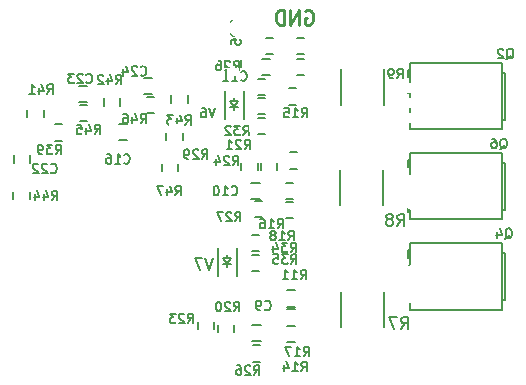
<source format=gbo>
%TF.GenerationSoftware,KiCad,Pcbnew,4.0.6-e0-6349~53~ubuntu16.04.1*%
%TF.CreationDate,2017-03-20T22:22:26+02:00*%
%TF.ProjectId,BLDC_controller,424C44435F636F6E74726F6C6C65722E,1.0*%
%TF.FileFunction,Legend,Bot*%
%FSLAX46Y46*%
G04 Gerber Fmt 4.6, Leading zero omitted, Abs format (unit mm)*
G04 Created by KiCad (PCBNEW 4.0.6-e0-6349~53~ubuntu16.04.1) date Mon Mar 20 22:22:26 2017*
%MOMM*%
%LPD*%
G01*
G04 APERTURE LIST*
%ADD10C,0.100000*%
%ADD11C,0.250000*%
%ADD12C,0.150000*%
%ADD13C,1.500000*%
%ADD14C,0.850000*%
%ADD15C,0.800000*%
%ADD16R,1.650000X1.650000*%
%ADD17C,1.650000*%
%ADD18C,1.450000*%
%ADD19R,0.800000X1.140000*%
%ADD20R,3.600000X1.650000*%
%ADD21R,0.750000X0.950000*%
%ADD22R,1.140000X0.800000*%
%ADD23R,1.050000X1.150000*%
%ADD24R,1.150000X1.050000*%
%ADD25C,2.850000*%
%ADD26R,1.300000X0.850000*%
%ADD27R,1.650000X4.850000*%
%ADD28R,3.750000X4.350000*%
%ADD29C,2.250000*%
%ADD30C,0.254000*%
G04 APERTURE END LIST*
D10*
D11*
X162214285Y-81650000D02*
X162328571Y-81592857D01*
X162500000Y-81592857D01*
X162671428Y-81650000D01*
X162785714Y-81764286D01*
X162842857Y-81878571D01*
X162900000Y-82107143D01*
X162900000Y-82278571D01*
X162842857Y-82507143D01*
X162785714Y-82621429D01*
X162671428Y-82735714D01*
X162500000Y-82792857D01*
X162385714Y-82792857D01*
X162214285Y-82735714D01*
X162157142Y-82678571D01*
X162157142Y-82278571D01*
X162385714Y-82278571D01*
X161642857Y-82792857D02*
X161642857Y-81592857D01*
X160957142Y-82792857D01*
X160957142Y-81592857D01*
X160385714Y-82792857D02*
X160385714Y-81592857D01*
X160099999Y-81592857D01*
X159928571Y-81650000D01*
X159814285Y-81764286D01*
X159757142Y-81878571D01*
X159699999Y-82107143D01*
X159699999Y-82278571D01*
X159757142Y-82507143D01*
X159814285Y-82621429D01*
X159928571Y-82735714D01*
X160099999Y-82792857D01*
X160385714Y-82792857D01*
D12*
X160700000Y-109700000D02*
X161300000Y-109700000D01*
X161300000Y-108300000D02*
X160700000Y-108300000D01*
X168875000Y-108400000D02*
X168875000Y-105400000D01*
X165225000Y-105400000D02*
X165225000Y-108400000D01*
X156200000Y-89250000D02*
X156200000Y-89000000D01*
X156200000Y-89750000D02*
X156200000Y-90000000D01*
X156200000Y-89750000D02*
X156550000Y-89250000D01*
X156550000Y-89250000D02*
X155850000Y-89250000D01*
X155850000Y-89250000D02*
X156200000Y-89750000D01*
X156550000Y-89750000D02*
X155850000Y-89750000D01*
X155400000Y-90800000D02*
X155400000Y-88400000D01*
X157000000Y-90800000D02*
X157000000Y-88400000D01*
X155600000Y-102550000D02*
X155600000Y-102300000D01*
X155600000Y-103050000D02*
X155600000Y-103300000D01*
X155600000Y-103050000D02*
X155950000Y-102550000D01*
X155950000Y-102550000D02*
X155250000Y-102550000D01*
X155250000Y-102550000D02*
X155600000Y-103050000D01*
X155950000Y-103050000D02*
X155250000Y-103050000D01*
X154800000Y-104100000D02*
X154800000Y-101700000D01*
X156400000Y-104100000D02*
X156400000Y-101700000D01*
X168825000Y-98105000D02*
X168825000Y-95105000D01*
X165175000Y-95105000D02*
X165175000Y-98105000D01*
X165225000Y-86600000D02*
X165225000Y-89600000D01*
X168875000Y-89600000D02*
X168875000Y-86600000D01*
X158200000Y-90400000D02*
X158800000Y-90400000D01*
X158800000Y-89000000D02*
X158200000Y-89000000D01*
X158175000Y-92075000D02*
X158775000Y-92075000D01*
X158775000Y-90675000D02*
X158175000Y-90675000D01*
X157700000Y-102000000D02*
X158300000Y-102000000D01*
X158300000Y-100600000D02*
X157700000Y-100600000D01*
X157710000Y-103700000D02*
X158310000Y-103700000D01*
X158310000Y-102300000D02*
X157710000Y-102300000D01*
X160800000Y-89600000D02*
X161400000Y-89600000D01*
X161400000Y-88200000D02*
X160800000Y-88200000D01*
X160550000Y-99200000D02*
X161150000Y-99200000D01*
X161150000Y-97800000D02*
X160550000Y-97800000D01*
X161300000Y-106905000D02*
X160700000Y-106905000D01*
X160700000Y-108305000D02*
X161300000Y-108305000D01*
X161150000Y-96205000D02*
X160550000Y-96205000D01*
X160550000Y-97605000D02*
X161150000Y-97605000D01*
X162100000Y-85700000D02*
X161500000Y-85700000D01*
X161500000Y-87100000D02*
X162100000Y-87100000D01*
X154800000Y-108200000D02*
X154800000Y-108800000D01*
X156200000Y-108800000D02*
X156200000Y-108200000D01*
X159850000Y-95100000D02*
X159850000Y-94500000D01*
X158450000Y-94500000D02*
X158450000Y-95100000D01*
X159490000Y-83900000D02*
X158890000Y-83900000D01*
X158890000Y-85300000D02*
X159490000Y-85300000D01*
X154500000Y-108600000D02*
X154500000Y-108000000D01*
X153100000Y-108000000D02*
X153100000Y-108600000D01*
X156800000Y-94500000D02*
X156800000Y-95100000D01*
X158200000Y-95100000D02*
X158200000Y-94500000D01*
X155400000Y-85800000D02*
X155400000Y-86400000D01*
X156800000Y-86400000D02*
X156800000Y-85800000D01*
X158400000Y-109950000D02*
X157800000Y-109950000D01*
X157800000Y-111350000D02*
X158400000Y-111350000D01*
X158540000Y-97700000D02*
X157940000Y-97700000D01*
X157940000Y-99100000D02*
X158540000Y-99100000D01*
X158800000Y-87400000D02*
X158200000Y-87400000D01*
X158200000Y-88800000D02*
X158800000Y-88800000D01*
X150450000Y-92000000D02*
X150450000Y-92600000D01*
X151850000Y-92600000D02*
X151850000Y-92000000D01*
X157720000Y-109630000D02*
X158420000Y-109630000D01*
X158420000Y-108270000D02*
X157720000Y-108270000D01*
X157650000Y-97530000D02*
X158350000Y-97530000D01*
X158350000Y-96170000D02*
X157650000Y-96170000D01*
X158550000Y-87080000D02*
X159250000Y-87080000D01*
X159250000Y-85720000D02*
X158550000Y-85720000D01*
X160700000Y-106700000D02*
X161300000Y-106700000D01*
X161300000Y-105300000D02*
X160700000Y-105300000D01*
X160950000Y-95000000D02*
X161550000Y-95000000D01*
X161550000Y-93600000D02*
X160950000Y-93600000D01*
X161500000Y-85300000D02*
X162100000Y-85300000D01*
X162100000Y-83900000D02*
X161500000Y-83900000D01*
X138880000Y-94500000D02*
X138880000Y-93800000D01*
X137520000Y-93800000D02*
X137520000Y-94500000D01*
X143750000Y-88020000D02*
X143050000Y-88020000D01*
X143050000Y-89380000D02*
X143750000Y-89380000D01*
X149250000Y-87320000D02*
X148550000Y-87320000D01*
X148550000Y-88680000D02*
X149250000Y-88680000D01*
X141650000Y-91250000D02*
X141050000Y-91250000D01*
X141050000Y-92650000D02*
X141650000Y-92650000D01*
X138650000Y-90000000D02*
X138650000Y-90600000D01*
X140050000Y-90600000D02*
X140050000Y-90000000D01*
X145150000Y-89050000D02*
X145150000Y-89650000D01*
X146550000Y-89650000D02*
X146550000Y-89050000D01*
X150850000Y-88800000D02*
X150850000Y-89400000D01*
X152250000Y-89400000D02*
X152250000Y-88800000D01*
X137500000Y-97000000D02*
X137500000Y-97600000D01*
X138900000Y-97600000D02*
X138900000Y-97000000D01*
X143700000Y-89600000D02*
X143100000Y-89600000D01*
X143100000Y-91000000D02*
X143700000Y-91000000D01*
X149400000Y-88900000D02*
X148800000Y-88900000D01*
X148800000Y-90300000D02*
X149400000Y-90300000D01*
X150050000Y-94600000D02*
X150050000Y-95200000D01*
X151450000Y-95200000D02*
X151450000Y-94600000D01*
X146450000Y-92580000D02*
X147150000Y-92580000D01*
X147150000Y-91220000D02*
X146450000Y-91220000D01*
X178900000Y-90875000D02*
X179100000Y-90875000D01*
X179100000Y-90875000D02*
X179100000Y-86875000D01*
X179100000Y-86875000D02*
X178900000Y-86875000D01*
X171100000Y-87275000D02*
X170900000Y-87275000D01*
X170900000Y-87275000D02*
X170900000Y-86675000D01*
X170900000Y-86675000D02*
X171100000Y-86675000D01*
X171100000Y-88575000D02*
X170900000Y-88575000D01*
X170900000Y-88575000D02*
X170900000Y-87975000D01*
X170900000Y-87975000D02*
X171100000Y-87975000D01*
X171100000Y-89775000D02*
X170900000Y-89775000D01*
X170900000Y-89775000D02*
X170900000Y-89175000D01*
X170900000Y-89175000D02*
X171100000Y-89175000D01*
X171100000Y-91075000D02*
X170900000Y-91075000D01*
X170900000Y-91075000D02*
X170900000Y-90475000D01*
X170900000Y-90475000D02*
X171100000Y-90475000D01*
X178900000Y-91675000D02*
X178900000Y-86075000D01*
X178900000Y-86075000D02*
X171100000Y-86075000D01*
X171100000Y-86075000D02*
X171100000Y-91675000D01*
X171100000Y-91675000D02*
X178900000Y-91675000D01*
X178900000Y-98495000D02*
X179100000Y-98495000D01*
X179100000Y-98495000D02*
X179100000Y-94495000D01*
X179100000Y-94495000D02*
X178900000Y-94495000D01*
X171100000Y-94895000D02*
X170900000Y-94895000D01*
X170900000Y-94895000D02*
X170900000Y-94295000D01*
X170900000Y-94295000D02*
X171100000Y-94295000D01*
X171100000Y-96195000D02*
X170900000Y-96195000D01*
X170900000Y-96195000D02*
X170900000Y-95595000D01*
X170900000Y-95595000D02*
X171100000Y-95595000D01*
X171100000Y-97395000D02*
X170900000Y-97395000D01*
X170900000Y-97395000D02*
X170900000Y-96795000D01*
X170900000Y-96795000D02*
X171100000Y-96795000D01*
X171100000Y-98695000D02*
X170900000Y-98695000D01*
X170900000Y-98695000D02*
X170900000Y-98095000D01*
X170900000Y-98095000D02*
X171100000Y-98095000D01*
X178900000Y-99295000D02*
X178900000Y-93695000D01*
X178900000Y-93695000D02*
X171100000Y-93695000D01*
X171100000Y-93695000D02*
X171100000Y-99295000D01*
X171100000Y-99295000D02*
X178900000Y-99295000D01*
X178900000Y-106125000D02*
X179100000Y-106125000D01*
X179100000Y-106125000D02*
X179100000Y-102125000D01*
X179100000Y-102125000D02*
X178900000Y-102125000D01*
X171100000Y-102525000D02*
X170900000Y-102525000D01*
X170900000Y-102525000D02*
X170900000Y-101925000D01*
X170900000Y-101925000D02*
X171100000Y-101925000D01*
X171100000Y-103825000D02*
X170900000Y-103825000D01*
X170900000Y-103825000D02*
X170900000Y-103225000D01*
X170900000Y-103225000D02*
X171100000Y-103225000D01*
X171100000Y-105025000D02*
X170900000Y-105025000D01*
X170900000Y-105025000D02*
X170900000Y-104425000D01*
X170900000Y-104425000D02*
X171100000Y-104425000D01*
X171100000Y-106325000D02*
X170900000Y-106325000D01*
X170900000Y-106325000D02*
X170900000Y-105725000D01*
X170900000Y-105725000D02*
X171100000Y-105725000D01*
X178900000Y-106925000D02*
X178900000Y-101325000D01*
X178900000Y-101325000D02*
X171100000Y-101325000D01*
X171100000Y-101325000D02*
X171100000Y-106925000D01*
X171100000Y-106925000D02*
X178900000Y-106925000D01*
X161864286Y-112161905D02*
X162130953Y-111780952D01*
X162321429Y-112161905D02*
X162321429Y-111361905D01*
X162016667Y-111361905D01*
X161940476Y-111400000D01*
X161902381Y-111438095D01*
X161864286Y-111514286D01*
X161864286Y-111628571D01*
X161902381Y-111704762D01*
X161940476Y-111742857D01*
X162016667Y-111780952D01*
X162321429Y-111780952D01*
X161102381Y-112161905D02*
X161559524Y-112161905D01*
X161330953Y-112161905D02*
X161330953Y-111361905D01*
X161407143Y-111476190D01*
X161483334Y-111552381D01*
X161559524Y-111590476D01*
X160416667Y-111628571D02*
X160416667Y-112161905D01*
X160607143Y-111323810D02*
X160797619Y-111895238D01*
X160302381Y-111895238D01*
X170316666Y-108552381D02*
X170650000Y-108076190D01*
X170888095Y-108552381D02*
X170888095Y-107552381D01*
X170507142Y-107552381D01*
X170411904Y-107600000D01*
X170364285Y-107647619D01*
X170316666Y-107742857D01*
X170316666Y-107885714D01*
X170364285Y-107980952D01*
X170411904Y-108028571D01*
X170507142Y-108076190D01*
X170888095Y-108076190D01*
X169983333Y-107552381D02*
X169316666Y-107552381D01*
X169745238Y-108552381D01*
X154597619Y-89861905D02*
X154330952Y-90661905D01*
X154064285Y-89861905D01*
X153454762Y-89861905D02*
X153607143Y-89861905D01*
X153683333Y-89900000D01*
X153721428Y-89938095D01*
X153797619Y-90052381D01*
X153835714Y-90204762D01*
X153835714Y-90509524D01*
X153797619Y-90585714D01*
X153759524Y-90623810D01*
X153683333Y-90661905D01*
X153530952Y-90661905D01*
X153454762Y-90623810D01*
X153416666Y-90585714D01*
X153378571Y-90509524D01*
X153378571Y-90319048D01*
X153416666Y-90242857D01*
X153454762Y-90204762D01*
X153530952Y-90166667D01*
X153683333Y-90166667D01*
X153759524Y-90204762D01*
X153797619Y-90242857D01*
X153835714Y-90319048D01*
X154409524Y-102602381D02*
X154076191Y-103602381D01*
X153742857Y-102602381D01*
X153504762Y-102602381D02*
X152838095Y-102602381D01*
X153266667Y-103602381D01*
X170016666Y-99852381D02*
X170350000Y-99376190D01*
X170588095Y-99852381D02*
X170588095Y-98852381D01*
X170207142Y-98852381D01*
X170111904Y-98900000D01*
X170064285Y-98947619D01*
X170016666Y-99042857D01*
X170016666Y-99185714D01*
X170064285Y-99280952D01*
X170111904Y-99328571D01*
X170207142Y-99376190D01*
X170588095Y-99376190D01*
X169445238Y-99280952D02*
X169540476Y-99233333D01*
X169588095Y-99185714D01*
X169635714Y-99090476D01*
X169635714Y-99042857D01*
X169588095Y-98947619D01*
X169540476Y-98900000D01*
X169445238Y-98852381D01*
X169254761Y-98852381D01*
X169159523Y-98900000D01*
X169111904Y-98947619D01*
X169064285Y-99042857D01*
X169064285Y-99090476D01*
X169111904Y-99185714D01*
X169159523Y-99233333D01*
X169254761Y-99280952D01*
X169445238Y-99280952D01*
X169540476Y-99328571D01*
X169588095Y-99376190D01*
X169635714Y-99471429D01*
X169635714Y-99661905D01*
X169588095Y-99757143D01*
X169540476Y-99804762D01*
X169445238Y-99852381D01*
X169254761Y-99852381D01*
X169159523Y-99804762D01*
X169111904Y-99757143D01*
X169064285Y-99661905D01*
X169064285Y-99471429D01*
X169111904Y-99376190D01*
X169159523Y-99328571D01*
X169254761Y-99280952D01*
X169993333Y-87361905D02*
X170260000Y-86980952D01*
X170450476Y-87361905D02*
X170450476Y-86561905D01*
X170145714Y-86561905D01*
X170069523Y-86600000D01*
X170031428Y-86638095D01*
X169993333Y-86714286D01*
X169993333Y-86828571D01*
X170031428Y-86904762D01*
X170069523Y-86942857D01*
X170145714Y-86980952D01*
X170450476Y-86980952D01*
X169612381Y-87361905D02*
X169460000Y-87361905D01*
X169383809Y-87323810D01*
X169345714Y-87285714D01*
X169269523Y-87171429D01*
X169231428Y-87019048D01*
X169231428Y-86714286D01*
X169269523Y-86638095D01*
X169307619Y-86600000D01*
X169383809Y-86561905D01*
X169536190Y-86561905D01*
X169612381Y-86600000D01*
X169650476Y-86638095D01*
X169688571Y-86714286D01*
X169688571Y-86904762D01*
X169650476Y-86980952D01*
X169612381Y-87019048D01*
X169536190Y-87057143D01*
X169383809Y-87057143D01*
X169307619Y-87019048D01*
X169269523Y-86980952D01*
X169231428Y-86904762D01*
X156974286Y-92161905D02*
X157240953Y-91780952D01*
X157431429Y-92161905D02*
X157431429Y-91361905D01*
X157126667Y-91361905D01*
X157050476Y-91400000D01*
X157012381Y-91438095D01*
X156974286Y-91514286D01*
X156974286Y-91628571D01*
X157012381Y-91704762D01*
X157050476Y-91742857D01*
X157126667Y-91780952D01*
X157431429Y-91780952D01*
X156707619Y-91361905D02*
X156212381Y-91361905D01*
X156479048Y-91666667D01*
X156364762Y-91666667D01*
X156288572Y-91704762D01*
X156250476Y-91742857D01*
X156212381Y-91819048D01*
X156212381Y-92009524D01*
X156250476Y-92085714D01*
X156288572Y-92123810D01*
X156364762Y-92161905D01*
X156593334Y-92161905D01*
X156669524Y-92123810D01*
X156707619Y-92085714D01*
X155907619Y-91438095D02*
X155869524Y-91400000D01*
X155793333Y-91361905D01*
X155602857Y-91361905D01*
X155526667Y-91400000D01*
X155488571Y-91438095D01*
X155450476Y-91514286D01*
X155450476Y-91590476D01*
X155488571Y-91704762D01*
X155945714Y-92161905D01*
X155450476Y-92161905D01*
X160964286Y-102061905D02*
X161230953Y-101680952D01*
X161421429Y-102061905D02*
X161421429Y-101261905D01*
X161116667Y-101261905D01*
X161040476Y-101300000D01*
X161002381Y-101338095D01*
X160964286Y-101414286D01*
X160964286Y-101528571D01*
X161002381Y-101604762D01*
X161040476Y-101642857D01*
X161116667Y-101680952D01*
X161421429Y-101680952D01*
X160697619Y-101261905D02*
X160202381Y-101261905D01*
X160469048Y-101566667D01*
X160354762Y-101566667D01*
X160278572Y-101604762D01*
X160240476Y-101642857D01*
X160202381Y-101719048D01*
X160202381Y-101909524D01*
X160240476Y-101985714D01*
X160278572Y-102023810D01*
X160354762Y-102061905D01*
X160583334Y-102061905D01*
X160659524Y-102023810D01*
X160697619Y-101985714D01*
X159516667Y-101528571D02*
X159516667Y-102061905D01*
X159707143Y-101223810D02*
X159897619Y-101795238D01*
X159402381Y-101795238D01*
X161004286Y-103061905D02*
X161270953Y-102680952D01*
X161461429Y-103061905D02*
X161461429Y-102261905D01*
X161156667Y-102261905D01*
X161080476Y-102300000D01*
X161042381Y-102338095D01*
X161004286Y-102414286D01*
X161004286Y-102528571D01*
X161042381Y-102604762D01*
X161080476Y-102642857D01*
X161156667Y-102680952D01*
X161461429Y-102680952D01*
X160737619Y-102261905D02*
X160242381Y-102261905D01*
X160509048Y-102566667D01*
X160394762Y-102566667D01*
X160318572Y-102604762D01*
X160280476Y-102642857D01*
X160242381Y-102719048D01*
X160242381Y-102909524D01*
X160280476Y-102985714D01*
X160318572Y-103023810D01*
X160394762Y-103061905D01*
X160623334Y-103061905D01*
X160699524Y-103023810D01*
X160737619Y-102985714D01*
X159518571Y-102261905D02*
X159899524Y-102261905D01*
X159937619Y-102642857D01*
X159899524Y-102604762D01*
X159823333Y-102566667D01*
X159632857Y-102566667D01*
X159556667Y-102604762D01*
X159518571Y-102642857D01*
X159480476Y-102719048D01*
X159480476Y-102909524D01*
X159518571Y-102985714D01*
X159556667Y-103023810D01*
X159632857Y-103061905D01*
X159823333Y-103061905D01*
X159899524Y-103023810D01*
X159937619Y-102985714D01*
X161914286Y-90661905D02*
X162180953Y-90280952D01*
X162371429Y-90661905D02*
X162371429Y-89861905D01*
X162066667Y-89861905D01*
X161990476Y-89900000D01*
X161952381Y-89938095D01*
X161914286Y-90014286D01*
X161914286Y-90128571D01*
X161952381Y-90204762D01*
X161990476Y-90242857D01*
X162066667Y-90280952D01*
X162371429Y-90280952D01*
X161152381Y-90661905D02*
X161609524Y-90661905D01*
X161380953Y-90661905D02*
X161380953Y-89861905D01*
X161457143Y-89976190D01*
X161533334Y-90052381D01*
X161609524Y-90090476D01*
X160428571Y-89861905D02*
X160809524Y-89861905D01*
X160847619Y-90242857D01*
X160809524Y-90204762D01*
X160733333Y-90166667D01*
X160542857Y-90166667D01*
X160466667Y-90204762D01*
X160428571Y-90242857D01*
X160390476Y-90319048D01*
X160390476Y-90509524D01*
X160428571Y-90585714D01*
X160466667Y-90623810D01*
X160542857Y-90661905D01*
X160733333Y-90661905D01*
X160809524Y-90623810D01*
X160847619Y-90585714D01*
X159864286Y-100061905D02*
X160130953Y-99680952D01*
X160321429Y-100061905D02*
X160321429Y-99261905D01*
X160016667Y-99261905D01*
X159940476Y-99300000D01*
X159902381Y-99338095D01*
X159864286Y-99414286D01*
X159864286Y-99528571D01*
X159902381Y-99604762D01*
X159940476Y-99642857D01*
X160016667Y-99680952D01*
X160321429Y-99680952D01*
X159102381Y-100061905D02*
X159559524Y-100061905D01*
X159330953Y-100061905D02*
X159330953Y-99261905D01*
X159407143Y-99376190D01*
X159483334Y-99452381D01*
X159559524Y-99490476D01*
X158416667Y-99261905D02*
X158569048Y-99261905D01*
X158645238Y-99300000D01*
X158683333Y-99338095D01*
X158759524Y-99452381D01*
X158797619Y-99604762D01*
X158797619Y-99909524D01*
X158759524Y-99985714D01*
X158721429Y-100023810D01*
X158645238Y-100061905D01*
X158492857Y-100061905D01*
X158416667Y-100023810D01*
X158378571Y-99985714D01*
X158340476Y-99909524D01*
X158340476Y-99719048D01*
X158378571Y-99642857D01*
X158416667Y-99604762D01*
X158492857Y-99566667D01*
X158645238Y-99566667D01*
X158721429Y-99604762D01*
X158759524Y-99642857D01*
X158797619Y-99719048D01*
X162064286Y-110861905D02*
X162330953Y-110480952D01*
X162521429Y-110861905D02*
X162521429Y-110061905D01*
X162216667Y-110061905D01*
X162140476Y-110100000D01*
X162102381Y-110138095D01*
X162064286Y-110214286D01*
X162064286Y-110328571D01*
X162102381Y-110404762D01*
X162140476Y-110442857D01*
X162216667Y-110480952D01*
X162521429Y-110480952D01*
X161302381Y-110861905D02*
X161759524Y-110861905D01*
X161530953Y-110861905D02*
X161530953Y-110061905D01*
X161607143Y-110176190D01*
X161683334Y-110252381D01*
X161759524Y-110290476D01*
X161035714Y-110061905D02*
X160502381Y-110061905D01*
X160845238Y-110861905D01*
X160764286Y-101061905D02*
X161030953Y-100680952D01*
X161221429Y-101061905D02*
X161221429Y-100261905D01*
X160916667Y-100261905D01*
X160840476Y-100300000D01*
X160802381Y-100338095D01*
X160764286Y-100414286D01*
X160764286Y-100528571D01*
X160802381Y-100604762D01*
X160840476Y-100642857D01*
X160916667Y-100680952D01*
X161221429Y-100680952D01*
X160002381Y-101061905D02*
X160459524Y-101061905D01*
X160230953Y-101061905D02*
X160230953Y-100261905D01*
X160307143Y-100376190D01*
X160383334Y-100452381D01*
X160459524Y-100490476D01*
X159545238Y-100604762D02*
X159621429Y-100566667D01*
X159659524Y-100528571D01*
X159697619Y-100452381D01*
X159697619Y-100414286D01*
X159659524Y-100338095D01*
X159621429Y-100300000D01*
X159545238Y-100261905D01*
X159392857Y-100261905D01*
X159316667Y-100300000D01*
X159278571Y-100338095D01*
X159240476Y-100414286D01*
X159240476Y-100452381D01*
X159278571Y-100528571D01*
X159316667Y-100566667D01*
X159392857Y-100604762D01*
X159545238Y-100604762D01*
X159621429Y-100642857D01*
X159659524Y-100680952D01*
X159697619Y-100757143D01*
X159697619Y-100909524D01*
X159659524Y-100985714D01*
X159621429Y-101023810D01*
X159545238Y-101061905D01*
X159392857Y-101061905D01*
X159316667Y-101023810D01*
X159278571Y-100985714D01*
X159240476Y-100909524D01*
X159240476Y-100757143D01*
X159278571Y-100680952D01*
X159316667Y-100642857D01*
X159392857Y-100604762D01*
X156164286Y-107066905D02*
X156430953Y-106685952D01*
X156621429Y-107066905D02*
X156621429Y-106266905D01*
X156316667Y-106266905D01*
X156240476Y-106305000D01*
X156202381Y-106343095D01*
X156164286Y-106419286D01*
X156164286Y-106533571D01*
X156202381Y-106609762D01*
X156240476Y-106647857D01*
X156316667Y-106685952D01*
X156621429Y-106685952D01*
X155859524Y-106343095D02*
X155821429Y-106305000D01*
X155745238Y-106266905D01*
X155554762Y-106266905D01*
X155478572Y-106305000D01*
X155440476Y-106343095D01*
X155402381Y-106419286D01*
X155402381Y-106495476D01*
X155440476Y-106609762D01*
X155897619Y-107066905D01*
X155402381Y-107066905D01*
X154907143Y-106266905D02*
X154830952Y-106266905D01*
X154754762Y-106305000D01*
X154716667Y-106343095D01*
X154678571Y-106419286D01*
X154640476Y-106571667D01*
X154640476Y-106762143D01*
X154678571Y-106914524D01*
X154716667Y-106990714D01*
X154754762Y-107028810D01*
X154830952Y-107066905D01*
X154907143Y-107066905D01*
X154983333Y-107028810D01*
X155021429Y-106990714D01*
X155059524Y-106914524D01*
X155097619Y-106762143D01*
X155097619Y-106571667D01*
X155059524Y-106419286D01*
X155021429Y-106343095D01*
X154983333Y-106305000D01*
X154907143Y-106266905D01*
X157064286Y-93361905D02*
X157330953Y-92980952D01*
X157521429Y-93361905D02*
X157521429Y-92561905D01*
X157216667Y-92561905D01*
X157140476Y-92600000D01*
X157102381Y-92638095D01*
X157064286Y-92714286D01*
X157064286Y-92828571D01*
X157102381Y-92904762D01*
X157140476Y-92942857D01*
X157216667Y-92980952D01*
X157521429Y-92980952D01*
X156759524Y-92638095D02*
X156721429Y-92600000D01*
X156645238Y-92561905D01*
X156454762Y-92561905D01*
X156378572Y-92600000D01*
X156340476Y-92638095D01*
X156302381Y-92714286D01*
X156302381Y-92790476D01*
X156340476Y-92904762D01*
X156797619Y-93361905D01*
X156302381Y-93361905D01*
X155540476Y-93361905D02*
X155997619Y-93361905D01*
X155769048Y-93361905D02*
X155769048Y-92561905D01*
X155845238Y-92676190D01*
X155921429Y-92752381D01*
X155997619Y-92790476D01*
X152264286Y-108061905D02*
X152530953Y-107680952D01*
X152721429Y-108061905D02*
X152721429Y-107261905D01*
X152416667Y-107261905D01*
X152340476Y-107300000D01*
X152302381Y-107338095D01*
X152264286Y-107414286D01*
X152264286Y-107528571D01*
X152302381Y-107604762D01*
X152340476Y-107642857D01*
X152416667Y-107680952D01*
X152721429Y-107680952D01*
X151959524Y-107338095D02*
X151921429Y-107300000D01*
X151845238Y-107261905D01*
X151654762Y-107261905D01*
X151578572Y-107300000D01*
X151540476Y-107338095D01*
X151502381Y-107414286D01*
X151502381Y-107490476D01*
X151540476Y-107604762D01*
X151997619Y-108061905D01*
X151502381Y-108061905D01*
X151235714Y-107261905D02*
X150740476Y-107261905D01*
X151007143Y-107566667D01*
X150892857Y-107566667D01*
X150816667Y-107604762D01*
X150778571Y-107642857D01*
X150740476Y-107719048D01*
X150740476Y-107909524D01*
X150778571Y-107985714D01*
X150816667Y-108023810D01*
X150892857Y-108061905D01*
X151121429Y-108061905D01*
X151197619Y-108023810D01*
X151235714Y-107985714D01*
X156064286Y-94701905D02*
X156330953Y-94320952D01*
X156521429Y-94701905D02*
X156521429Y-93901905D01*
X156216667Y-93901905D01*
X156140476Y-93940000D01*
X156102381Y-93978095D01*
X156064286Y-94054286D01*
X156064286Y-94168571D01*
X156102381Y-94244762D01*
X156140476Y-94282857D01*
X156216667Y-94320952D01*
X156521429Y-94320952D01*
X155759524Y-93978095D02*
X155721429Y-93940000D01*
X155645238Y-93901905D01*
X155454762Y-93901905D01*
X155378572Y-93940000D01*
X155340476Y-93978095D01*
X155302381Y-94054286D01*
X155302381Y-94130476D01*
X155340476Y-94244762D01*
X155797619Y-94701905D01*
X155302381Y-94701905D01*
X154616667Y-94168571D02*
X154616667Y-94701905D01*
X154807143Y-93863810D02*
X154997619Y-94435238D01*
X154502381Y-94435238D01*
X156761905Y-82985714D02*
X156380952Y-82719047D01*
X156761905Y-82528571D02*
X155961905Y-82528571D01*
X155961905Y-82833333D01*
X156000000Y-82909524D01*
X156038095Y-82947619D01*
X156114286Y-82985714D01*
X156228571Y-82985714D01*
X156304762Y-82947619D01*
X156342857Y-82909524D01*
X156380952Y-82833333D01*
X156380952Y-82528571D01*
X156038095Y-83290476D02*
X156000000Y-83328571D01*
X155961905Y-83404762D01*
X155961905Y-83595238D01*
X156000000Y-83671428D01*
X156038095Y-83709524D01*
X156114286Y-83747619D01*
X156190476Y-83747619D01*
X156304762Y-83709524D01*
X156761905Y-83252381D01*
X156761905Y-83747619D01*
X155961905Y-84471429D02*
X155961905Y-84090476D01*
X156342857Y-84052381D01*
X156304762Y-84090476D01*
X156266667Y-84166667D01*
X156266667Y-84357143D01*
X156304762Y-84433333D01*
X156342857Y-84471429D01*
X156419048Y-84509524D01*
X156609524Y-84509524D01*
X156685714Y-84471429D01*
X156723810Y-84433333D01*
X156761905Y-84357143D01*
X156761905Y-84166667D01*
X156723810Y-84090476D01*
X156685714Y-84052381D01*
X157864286Y-112461905D02*
X158130953Y-112080952D01*
X158321429Y-112461905D02*
X158321429Y-111661905D01*
X158016667Y-111661905D01*
X157940476Y-111700000D01*
X157902381Y-111738095D01*
X157864286Y-111814286D01*
X157864286Y-111928571D01*
X157902381Y-112004762D01*
X157940476Y-112042857D01*
X158016667Y-112080952D01*
X158321429Y-112080952D01*
X157559524Y-111738095D02*
X157521429Y-111700000D01*
X157445238Y-111661905D01*
X157254762Y-111661905D01*
X157178572Y-111700000D01*
X157140476Y-111738095D01*
X157102381Y-111814286D01*
X157102381Y-111890476D01*
X157140476Y-112004762D01*
X157597619Y-112461905D01*
X157102381Y-112461905D01*
X156416667Y-111661905D02*
X156569048Y-111661905D01*
X156645238Y-111700000D01*
X156683333Y-111738095D01*
X156759524Y-111852381D01*
X156797619Y-112004762D01*
X156797619Y-112309524D01*
X156759524Y-112385714D01*
X156721429Y-112423810D01*
X156645238Y-112461905D01*
X156492857Y-112461905D01*
X156416667Y-112423810D01*
X156378571Y-112385714D01*
X156340476Y-112309524D01*
X156340476Y-112119048D01*
X156378571Y-112042857D01*
X156416667Y-112004762D01*
X156492857Y-111966667D01*
X156645238Y-111966667D01*
X156721429Y-112004762D01*
X156759524Y-112042857D01*
X156797619Y-112119048D01*
X156264286Y-99461905D02*
X156530953Y-99080952D01*
X156721429Y-99461905D02*
X156721429Y-98661905D01*
X156416667Y-98661905D01*
X156340476Y-98700000D01*
X156302381Y-98738095D01*
X156264286Y-98814286D01*
X156264286Y-98928571D01*
X156302381Y-99004762D01*
X156340476Y-99042857D01*
X156416667Y-99080952D01*
X156721429Y-99080952D01*
X155959524Y-98738095D02*
X155921429Y-98700000D01*
X155845238Y-98661905D01*
X155654762Y-98661905D01*
X155578572Y-98700000D01*
X155540476Y-98738095D01*
X155502381Y-98814286D01*
X155502381Y-98890476D01*
X155540476Y-99004762D01*
X155997619Y-99461905D01*
X155502381Y-99461905D01*
X155235714Y-98661905D02*
X154702381Y-98661905D01*
X155045238Y-99461905D01*
X156164286Y-86661905D02*
X156430953Y-86280952D01*
X156621429Y-86661905D02*
X156621429Y-85861905D01*
X156316667Y-85861905D01*
X156240476Y-85900000D01*
X156202381Y-85938095D01*
X156164286Y-86014286D01*
X156164286Y-86128571D01*
X156202381Y-86204762D01*
X156240476Y-86242857D01*
X156316667Y-86280952D01*
X156621429Y-86280952D01*
X155859524Y-85938095D02*
X155821429Y-85900000D01*
X155745238Y-85861905D01*
X155554762Y-85861905D01*
X155478572Y-85900000D01*
X155440476Y-85938095D01*
X155402381Y-86014286D01*
X155402381Y-86090476D01*
X155440476Y-86204762D01*
X155897619Y-86661905D01*
X155402381Y-86661905D01*
X154945238Y-86204762D02*
X155021429Y-86166667D01*
X155059524Y-86128571D01*
X155097619Y-86052381D01*
X155097619Y-86014286D01*
X155059524Y-85938095D01*
X155021429Y-85900000D01*
X154945238Y-85861905D01*
X154792857Y-85861905D01*
X154716667Y-85900000D01*
X154678571Y-85938095D01*
X154640476Y-86014286D01*
X154640476Y-86052381D01*
X154678571Y-86128571D01*
X154716667Y-86166667D01*
X154792857Y-86204762D01*
X154945238Y-86204762D01*
X155021429Y-86242857D01*
X155059524Y-86280952D01*
X155097619Y-86357143D01*
X155097619Y-86509524D01*
X155059524Y-86585714D01*
X155021429Y-86623810D01*
X154945238Y-86661905D01*
X154792857Y-86661905D01*
X154716667Y-86623810D01*
X154678571Y-86585714D01*
X154640476Y-86509524D01*
X154640476Y-86357143D01*
X154678571Y-86280952D01*
X154716667Y-86242857D01*
X154792857Y-86204762D01*
X153464286Y-94161905D02*
X153730953Y-93780952D01*
X153921429Y-94161905D02*
X153921429Y-93361905D01*
X153616667Y-93361905D01*
X153540476Y-93400000D01*
X153502381Y-93438095D01*
X153464286Y-93514286D01*
X153464286Y-93628571D01*
X153502381Y-93704762D01*
X153540476Y-93742857D01*
X153616667Y-93780952D01*
X153921429Y-93780952D01*
X153159524Y-93438095D02*
X153121429Y-93400000D01*
X153045238Y-93361905D01*
X152854762Y-93361905D01*
X152778572Y-93400000D01*
X152740476Y-93438095D01*
X152702381Y-93514286D01*
X152702381Y-93590476D01*
X152740476Y-93704762D01*
X153197619Y-94161905D01*
X152702381Y-94161905D01*
X152321429Y-94161905D02*
X152169048Y-94161905D01*
X152092857Y-94123810D01*
X152054762Y-94085714D01*
X151978571Y-93971429D01*
X151940476Y-93819048D01*
X151940476Y-93514286D01*
X151978571Y-93438095D01*
X152016667Y-93400000D01*
X152092857Y-93361905D01*
X152245238Y-93361905D01*
X152321429Y-93400000D01*
X152359524Y-93438095D01*
X152397619Y-93514286D01*
X152397619Y-93704762D01*
X152359524Y-93780952D01*
X152321429Y-93819048D01*
X152245238Y-93857143D01*
X152092857Y-93857143D01*
X152016667Y-93819048D01*
X151978571Y-93780952D01*
X151940476Y-93704762D01*
X158783333Y-106885714D02*
X158821428Y-106923810D01*
X158935714Y-106961905D01*
X159011904Y-106961905D01*
X159126190Y-106923810D01*
X159202381Y-106847619D01*
X159240476Y-106771429D01*
X159278571Y-106619048D01*
X159278571Y-106504762D01*
X159240476Y-106352381D01*
X159202381Y-106276190D01*
X159126190Y-106200000D01*
X159011904Y-106161905D01*
X158935714Y-106161905D01*
X158821428Y-106200000D01*
X158783333Y-106238095D01*
X158402381Y-106961905D02*
X158250000Y-106961905D01*
X158173809Y-106923810D01*
X158135714Y-106885714D01*
X158059523Y-106771429D01*
X158021428Y-106619048D01*
X158021428Y-106314286D01*
X158059523Y-106238095D01*
X158097619Y-106200000D01*
X158173809Y-106161905D01*
X158326190Y-106161905D01*
X158402381Y-106200000D01*
X158440476Y-106238095D01*
X158478571Y-106314286D01*
X158478571Y-106504762D01*
X158440476Y-106580952D01*
X158402381Y-106619048D01*
X158326190Y-106657143D01*
X158173809Y-106657143D01*
X158097619Y-106619048D01*
X158059523Y-106580952D01*
X158021428Y-106504762D01*
X155964286Y-97185714D02*
X156002381Y-97223810D01*
X156116667Y-97261905D01*
X156192857Y-97261905D01*
X156307143Y-97223810D01*
X156383334Y-97147619D01*
X156421429Y-97071429D01*
X156459524Y-96919048D01*
X156459524Y-96804762D01*
X156421429Y-96652381D01*
X156383334Y-96576190D01*
X156307143Y-96500000D01*
X156192857Y-96461905D01*
X156116667Y-96461905D01*
X156002381Y-96500000D01*
X155964286Y-96538095D01*
X155202381Y-97261905D02*
X155659524Y-97261905D01*
X155430953Y-97261905D02*
X155430953Y-96461905D01*
X155507143Y-96576190D01*
X155583334Y-96652381D01*
X155659524Y-96690476D01*
X154707143Y-96461905D02*
X154630952Y-96461905D01*
X154554762Y-96500000D01*
X154516667Y-96538095D01*
X154478571Y-96614286D01*
X154440476Y-96766667D01*
X154440476Y-96957143D01*
X154478571Y-97109524D01*
X154516667Y-97185714D01*
X154554762Y-97223810D01*
X154630952Y-97261905D01*
X154707143Y-97261905D01*
X154783333Y-97223810D01*
X154821429Y-97185714D01*
X154859524Y-97109524D01*
X154897619Y-96957143D01*
X154897619Y-96766667D01*
X154859524Y-96614286D01*
X154821429Y-96538095D01*
X154783333Y-96500000D01*
X154707143Y-96461905D01*
X156764286Y-87485714D02*
X156802381Y-87523810D01*
X156916667Y-87561905D01*
X156992857Y-87561905D01*
X157107143Y-87523810D01*
X157183334Y-87447619D01*
X157221429Y-87371429D01*
X157259524Y-87219048D01*
X157259524Y-87104762D01*
X157221429Y-86952381D01*
X157183334Y-86876190D01*
X157107143Y-86800000D01*
X156992857Y-86761905D01*
X156916667Y-86761905D01*
X156802381Y-86800000D01*
X156764286Y-86838095D01*
X156002381Y-87561905D02*
X156459524Y-87561905D01*
X156230953Y-87561905D02*
X156230953Y-86761905D01*
X156307143Y-86876190D01*
X156383334Y-86952381D01*
X156459524Y-86990476D01*
X155240476Y-87561905D02*
X155697619Y-87561905D01*
X155469048Y-87561905D02*
X155469048Y-86761905D01*
X155545238Y-86876190D01*
X155621429Y-86952381D01*
X155697619Y-86990476D01*
X161814286Y-104356905D02*
X162080953Y-103975952D01*
X162271429Y-104356905D02*
X162271429Y-103556905D01*
X161966667Y-103556905D01*
X161890476Y-103595000D01*
X161852381Y-103633095D01*
X161814286Y-103709286D01*
X161814286Y-103823571D01*
X161852381Y-103899762D01*
X161890476Y-103937857D01*
X161966667Y-103975952D01*
X162271429Y-103975952D01*
X161052381Y-104356905D02*
X161509524Y-104356905D01*
X161280953Y-104356905D02*
X161280953Y-103556905D01*
X161357143Y-103671190D01*
X161433334Y-103747381D01*
X161509524Y-103785476D01*
X160290476Y-104356905D02*
X160747619Y-104356905D01*
X160519048Y-104356905D02*
X160519048Y-103556905D01*
X160595238Y-103671190D01*
X160671429Y-103747381D01*
X160747619Y-103785476D01*
X140664286Y-95285714D02*
X140702381Y-95323810D01*
X140816667Y-95361905D01*
X140892857Y-95361905D01*
X141007143Y-95323810D01*
X141083334Y-95247619D01*
X141121429Y-95171429D01*
X141159524Y-95019048D01*
X141159524Y-94904762D01*
X141121429Y-94752381D01*
X141083334Y-94676190D01*
X141007143Y-94600000D01*
X140892857Y-94561905D01*
X140816667Y-94561905D01*
X140702381Y-94600000D01*
X140664286Y-94638095D01*
X140359524Y-94638095D02*
X140321429Y-94600000D01*
X140245238Y-94561905D01*
X140054762Y-94561905D01*
X139978572Y-94600000D01*
X139940476Y-94638095D01*
X139902381Y-94714286D01*
X139902381Y-94790476D01*
X139940476Y-94904762D01*
X140397619Y-95361905D01*
X139902381Y-95361905D01*
X139597619Y-94638095D02*
X139559524Y-94600000D01*
X139483333Y-94561905D01*
X139292857Y-94561905D01*
X139216667Y-94600000D01*
X139178571Y-94638095D01*
X139140476Y-94714286D01*
X139140476Y-94790476D01*
X139178571Y-94904762D01*
X139635714Y-95361905D01*
X139140476Y-95361905D01*
X143664286Y-87685714D02*
X143702381Y-87723810D01*
X143816667Y-87761905D01*
X143892857Y-87761905D01*
X144007143Y-87723810D01*
X144083334Y-87647619D01*
X144121429Y-87571429D01*
X144159524Y-87419048D01*
X144159524Y-87304762D01*
X144121429Y-87152381D01*
X144083334Y-87076190D01*
X144007143Y-87000000D01*
X143892857Y-86961905D01*
X143816667Y-86961905D01*
X143702381Y-87000000D01*
X143664286Y-87038095D01*
X143359524Y-87038095D02*
X143321429Y-87000000D01*
X143245238Y-86961905D01*
X143054762Y-86961905D01*
X142978572Y-87000000D01*
X142940476Y-87038095D01*
X142902381Y-87114286D01*
X142902381Y-87190476D01*
X142940476Y-87304762D01*
X143397619Y-87761905D01*
X142902381Y-87761905D01*
X142635714Y-86961905D02*
X142140476Y-86961905D01*
X142407143Y-87266667D01*
X142292857Y-87266667D01*
X142216667Y-87304762D01*
X142178571Y-87342857D01*
X142140476Y-87419048D01*
X142140476Y-87609524D01*
X142178571Y-87685714D01*
X142216667Y-87723810D01*
X142292857Y-87761905D01*
X142521429Y-87761905D01*
X142597619Y-87723810D01*
X142635714Y-87685714D01*
X148264286Y-87035714D02*
X148302381Y-87073810D01*
X148416667Y-87111905D01*
X148492857Y-87111905D01*
X148607143Y-87073810D01*
X148683334Y-86997619D01*
X148721429Y-86921429D01*
X148759524Y-86769048D01*
X148759524Y-86654762D01*
X148721429Y-86502381D01*
X148683334Y-86426190D01*
X148607143Y-86350000D01*
X148492857Y-86311905D01*
X148416667Y-86311905D01*
X148302381Y-86350000D01*
X148264286Y-86388095D01*
X147959524Y-86388095D02*
X147921429Y-86350000D01*
X147845238Y-86311905D01*
X147654762Y-86311905D01*
X147578572Y-86350000D01*
X147540476Y-86388095D01*
X147502381Y-86464286D01*
X147502381Y-86540476D01*
X147540476Y-86654762D01*
X147997619Y-87111905D01*
X147502381Y-87111905D01*
X146816667Y-86578571D02*
X146816667Y-87111905D01*
X147007143Y-86273810D02*
X147197619Y-86845238D01*
X146702381Y-86845238D01*
X141064286Y-93761905D02*
X141330953Y-93380952D01*
X141521429Y-93761905D02*
X141521429Y-92961905D01*
X141216667Y-92961905D01*
X141140476Y-93000000D01*
X141102381Y-93038095D01*
X141064286Y-93114286D01*
X141064286Y-93228571D01*
X141102381Y-93304762D01*
X141140476Y-93342857D01*
X141216667Y-93380952D01*
X141521429Y-93380952D01*
X140797619Y-92961905D02*
X140302381Y-92961905D01*
X140569048Y-93266667D01*
X140454762Y-93266667D01*
X140378572Y-93304762D01*
X140340476Y-93342857D01*
X140302381Y-93419048D01*
X140302381Y-93609524D01*
X140340476Y-93685714D01*
X140378572Y-93723810D01*
X140454762Y-93761905D01*
X140683334Y-93761905D01*
X140759524Y-93723810D01*
X140797619Y-93685714D01*
X139921429Y-93761905D02*
X139769048Y-93761905D01*
X139692857Y-93723810D01*
X139654762Y-93685714D01*
X139578571Y-93571429D01*
X139540476Y-93419048D01*
X139540476Y-93114286D01*
X139578571Y-93038095D01*
X139616667Y-93000000D01*
X139692857Y-92961905D01*
X139845238Y-92961905D01*
X139921429Y-93000000D01*
X139959524Y-93038095D01*
X139997619Y-93114286D01*
X139997619Y-93304762D01*
X139959524Y-93380952D01*
X139921429Y-93419048D01*
X139845238Y-93457143D01*
X139692857Y-93457143D01*
X139616667Y-93419048D01*
X139578571Y-93380952D01*
X139540476Y-93304762D01*
X140364286Y-88661905D02*
X140630953Y-88280952D01*
X140821429Y-88661905D02*
X140821429Y-87861905D01*
X140516667Y-87861905D01*
X140440476Y-87900000D01*
X140402381Y-87938095D01*
X140364286Y-88014286D01*
X140364286Y-88128571D01*
X140402381Y-88204762D01*
X140440476Y-88242857D01*
X140516667Y-88280952D01*
X140821429Y-88280952D01*
X139678572Y-88128571D02*
X139678572Y-88661905D01*
X139869048Y-87823810D02*
X140059524Y-88395238D01*
X139564286Y-88395238D01*
X138840476Y-88661905D02*
X139297619Y-88661905D01*
X139069048Y-88661905D02*
X139069048Y-87861905D01*
X139145238Y-87976190D01*
X139221429Y-88052381D01*
X139297619Y-88090476D01*
X146164286Y-87861905D02*
X146430953Y-87480952D01*
X146621429Y-87861905D02*
X146621429Y-87061905D01*
X146316667Y-87061905D01*
X146240476Y-87100000D01*
X146202381Y-87138095D01*
X146164286Y-87214286D01*
X146164286Y-87328571D01*
X146202381Y-87404762D01*
X146240476Y-87442857D01*
X146316667Y-87480952D01*
X146621429Y-87480952D01*
X145478572Y-87328571D02*
X145478572Y-87861905D01*
X145669048Y-87023810D02*
X145859524Y-87595238D01*
X145364286Y-87595238D01*
X145097619Y-87138095D02*
X145059524Y-87100000D01*
X144983333Y-87061905D01*
X144792857Y-87061905D01*
X144716667Y-87100000D01*
X144678571Y-87138095D01*
X144640476Y-87214286D01*
X144640476Y-87290476D01*
X144678571Y-87404762D01*
X145135714Y-87861905D01*
X144640476Y-87861905D01*
X152064286Y-91261905D02*
X152330953Y-90880952D01*
X152521429Y-91261905D02*
X152521429Y-90461905D01*
X152216667Y-90461905D01*
X152140476Y-90500000D01*
X152102381Y-90538095D01*
X152064286Y-90614286D01*
X152064286Y-90728571D01*
X152102381Y-90804762D01*
X152140476Y-90842857D01*
X152216667Y-90880952D01*
X152521429Y-90880952D01*
X151378572Y-90728571D02*
X151378572Y-91261905D01*
X151569048Y-90423810D02*
X151759524Y-90995238D01*
X151264286Y-90995238D01*
X151035714Y-90461905D02*
X150540476Y-90461905D01*
X150807143Y-90766667D01*
X150692857Y-90766667D01*
X150616667Y-90804762D01*
X150578571Y-90842857D01*
X150540476Y-90919048D01*
X150540476Y-91109524D01*
X150578571Y-91185714D01*
X150616667Y-91223810D01*
X150692857Y-91261905D01*
X150921429Y-91261905D01*
X150997619Y-91223810D01*
X151035714Y-91185714D01*
X140764286Y-97661905D02*
X141030953Y-97280952D01*
X141221429Y-97661905D02*
X141221429Y-96861905D01*
X140916667Y-96861905D01*
X140840476Y-96900000D01*
X140802381Y-96938095D01*
X140764286Y-97014286D01*
X140764286Y-97128571D01*
X140802381Y-97204762D01*
X140840476Y-97242857D01*
X140916667Y-97280952D01*
X141221429Y-97280952D01*
X140078572Y-97128571D02*
X140078572Y-97661905D01*
X140269048Y-96823810D02*
X140459524Y-97395238D01*
X139964286Y-97395238D01*
X139316667Y-97128571D02*
X139316667Y-97661905D01*
X139507143Y-96823810D02*
X139697619Y-97395238D01*
X139202381Y-97395238D01*
X144364286Y-92061905D02*
X144630953Y-91680952D01*
X144821429Y-92061905D02*
X144821429Y-91261905D01*
X144516667Y-91261905D01*
X144440476Y-91300000D01*
X144402381Y-91338095D01*
X144364286Y-91414286D01*
X144364286Y-91528571D01*
X144402381Y-91604762D01*
X144440476Y-91642857D01*
X144516667Y-91680952D01*
X144821429Y-91680952D01*
X143678572Y-91528571D02*
X143678572Y-92061905D01*
X143869048Y-91223810D02*
X144059524Y-91795238D01*
X143564286Y-91795238D01*
X142878571Y-91261905D02*
X143259524Y-91261905D01*
X143297619Y-91642857D01*
X143259524Y-91604762D01*
X143183333Y-91566667D01*
X142992857Y-91566667D01*
X142916667Y-91604762D01*
X142878571Y-91642857D01*
X142840476Y-91719048D01*
X142840476Y-91909524D01*
X142878571Y-91985714D01*
X142916667Y-92023810D01*
X142992857Y-92061905D01*
X143183333Y-92061905D01*
X143259524Y-92023810D01*
X143297619Y-91985714D01*
X148264286Y-91161905D02*
X148530953Y-90780952D01*
X148721429Y-91161905D02*
X148721429Y-90361905D01*
X148416667Y-90361905D01*
X148340476Y-90400000D01*
X148302381Y-90438095D01*
X148264286Y-90514286D01*
X148264286Y-90628571D01*
X148302381Y-90704762D01*
X148340476Y-90742857D01*
X148416667Y-90780952D01*
X148721429Y-90780952D01*
X147578572Y-90628571D02*
X147578572Y-91161905D01*
X147769048Y-90323810D02*
X147959524Y-90895238D01*
X147464286Y-90895238D01*
X146816667Y-90361905D02*
X146969048Y-90361905D01*
X147045238Y-90400000D01*
X147083333Y-90438095D01*
X147159524Y-90552381D01*
X147197619Y-90704762D01*
X147197619Y-91009524D01*
X147159524Y-91085714D01*
X147121429Y-91123810D01*
X147045238Y-91161905D01*
X146892857Y-91161905D01*
X146816667Y-91123810D01*
X146778571Y-91085714D01*
X146740476Y-91009524D01*
X146740476Y-90819048D01*
X146778571Y-90742857D01*
X146816667Y-90704762D01*
X146892857Y-90666667D01*
X147045238Y-90666667D01*
X147121429Y-90704762D01*
X147159524Y-90742857D01*
X147197619Y-90819048D01*
X151214286Y-97266905D02*
X151480953Y-96885952D01*
X151671429Y-97266905D02*
X151671429Y-96466905D01*
X151366667Y-96466905D01*
X151290476Y-96505000D01*
X151252381Y-96543095D01*
X151214286Y-96619286D01*
X151214286Y-96733571D01*
X151252381Y-96809762D01*
X151290476Y-96847857D01*
X151366667Y-96885952D01*
X151671429Y-96885952D01*
X150528572Y-96733571D02*
X150528572Y-97266905D01*
X150719048Y-96428810D02*
X150909524Y-97000238D01*
X150414286Y-97000238D01*
X150185714Y-96466905D02*
X149652381Y-96466905D01*
X149995238Y-97266905D01*
X146864286Y-94485714D02*
X146902381Y-94523810D01*
X147016667Y-94561905D01*
X147092857Y-94561905D01*
X147207143Y-94523810D01*
X147283334Y-94447619D01*
X147321429Y-94371429D01*
X147359524Y-94219048D01*
X147359524Y-94104762D01*
X147321429Y-93952381D01*
X147283334Y-93876190D01*
X147207143Y-93800000D01*
X147092857Y-93761905D01*
X147016667Y-93761905D01*
X146902381Y-93800000D01*
X146864286Y-93838095D01*
X146102381Y-94561905D02*
X146559524Y-94561905D01*
X146330953Y-94561905D02*
X146330953Y-93761905D01*
X146407143Y-93876190D01*
X146483334Y-93952381D01*
X146559524Y-93990476D01*
X145416667Y-93761905D02*
X145569048Y-93761905D01*
X145645238Y-93800000D01*
X145683333Y-93838095D01*
X145759524Y-93952381D01*
X145797619Y-94104762D01*
X145797619Y-94409524D01*
X145759524Y-94485714D01*
X145721429Y-94523810D01*
X145645238Y-94561905D01*
X145492857Y-94561905D01*
X145416667Y-94523810D01*
X145378571Y-94485714D01*
X145340476Y-94409524D01*
X145340476Y-94219048D01*
X145378571Y-94142857D01*
X145416667Y-94104762D01*
X145492857Y-94066667D01*
X145645238Y-94066667D01*
X145721429Y-94104762D01*
X145759524Y-94142857D01*
X145797619Y-94219048D01*
X179226190Y-85738095D02*
X179302381Y-85700000D01*
X179378571Y-85623810D01*
X179492857Y-85509524D01*
X179569048Y-85471429D01*
X179645238Y-85471429D01*
X179607143Y-85661905D02*
X179683333Y-85623810D01*
X179759524Y-85547619D01*
X179797619Y-85395238D01*
X179797619Y-85128571D01*
X179759524Y-84976190D01*
X179683333Y-84900000D01*
X179607143Y-84861905D01*
X179454762Y-84861905D01*
X179378571Y-84900000D01*
X179302381Y-84976190D01*
X179264286Y-85128571D01*
X179264286Y-85395238D01*
X179302381Y-85547619D01*
X179378571Y-85623810D01*
X179454762Y-85661905D01*
X179607143Y-85661905D01*
X178959524Y-84938095D02*
X178921429Y-84900000D01*
X178845238Y-84861905D01*
X178654762Y-84861905D01*
X178578572Y-84900000D01*
X178540476Y-84938095D01*
X178502381Y-85014286D01*
X178502381Y-85090476D01*
X178540476Y-85204762D01*
X178997619Y-85661905D01*
X178502381Y-85661905D01*
X178676190Y-93338095D02*
X178752381Y-93300000D01*
X178828571Y-93223810D01*
X178942857Y-93109524D01*
X179019048Y-93071429D01*
X179095238Y-93071429D01*
X179057143Y-93261905D02*
X179133333Y-93223810D01*
X179209524Y-93147619D01*
X179247619Y-92995238D01*
X179247619Y-92728571D01*
X179209524Y-92576190D01*
X179133333Y-92500000D01*
X179057143Y-92461905D01*
X178904762Y-92461905D01*
X178828571Y-92500000D01*
X178752381Y-92576190D01*
X178714286Y-92728571D01*
X178714286Y-92995238D01*
X178752381Y-93147619D01*
X178828571Y-93223810D01*
X178904762Y-93261905D01*
X179057143Y-93261905D01*
X178028572Y-92461905D02*
X178180953Y-92461905D01*
X178257143Y-92500000D01*
X178295238Y-92538095D01*
X178371429Y-92652381D01*
X178409524Y-92804762D01*
X178409524Y-93109524D01*
X178371429Y-93185714D01*
X178333334Y-93223810D01*
X178257143Y-93261905D01*
X178104762Y-93261905D01*
X178028572Y-93223810D01*
X177990476Y-93185714D01*
X177952381Y-93109524D01*
X177952381Y-92919048D01*
X177990476Y-92842857D01*
X178028572Y-92804762D01*
X178104762Y-92766667D01*
X178257143Y-92766667D01*
X178333334Y-92804762D01*
X178371429Y-92842857D01*
X178409524Y-92919048D01*
X179126190Y-100938095D02*
X179202381Y-100900000D01*
X179278571Y-100823810D01*
X179392857Y-100709524D01*
X179469048Y-100671429D01*
X179545238Y-100671429D01*
X179507143Y-100861905D02*
X179583333Y-100823810D01*
X179659524Y-100747619D01*
X179697619Y-100595238D01*
X179697619Y-100328571D01*
X179659524Y-100176190D01*
X179583333Y-100100000D01*
X179507143Y-100061905D01*
X179354762Y-100061905D01*
X179278571Y-100100000D01*
X179202381Y-100176190D01*
X179164286Y-100328571D01*
X179164286Y-100595238D01*
X179202381Y-100747619D01*
X179278571Y-100823810D01*
X179354762Y-100861905D01*
X179507143Y-100861905D01*
X178478572Y-100328571D02*
X178478572Y-100861905D01*
X178669048Y-100023810D02*
X178859524Y-100595238D01*
X178364286Y-100595238D01*
%LPC*%
D13*
X165600000Y-81700000D02*
X164100000Y-81700000D01*
X164100000Y-85000000D02*
X165600000Y-81700000D01*
D14*
X172010000Y-90700000D02*
X170620000Y-90700000D01*
X172160000Y-89440000D02*
X170510000Y-89440000D01*
X171690000Y-88160000D02*
X170510000Y-88160000D01*
D13*
X170050000Y-90900000D02*
X170080000Y-88480000D01*
X168150000Y-91000000D02*
X170050000Y-90900000D01*
D15*
X170750000Y-95900000D02*
X170750000Y-97900000D01*
X170150000Y-97500000D02*
X171750000Y-98400000D01*
X171950000Y-97100000D02*
X170350000Y-97100000D01*
X171950000Y-95900000D02*
X170250000Y-95900000D01*
D13*
X169750000Y-93900000D02*
X169750000Y-97160000D01*
X168250000Y-93700000D02*
X169750000Y-93700000D01*
D15*
X171680000Y-106040000D02*
X170860000Y-105940000D01*
X171670000Y-103450000D02*
X170500000Y-103700000D01*
D13*
X170950000Y-104000000D02*
X170950000Y-105600000D01*
X170150000Y-104000000D02*
X168650000Y-104000000D01*
X164050000Y-112200000D02*
X164050000Y-81700000D01*
D16*
X143870000Y-85600000D03*
D17*
X146410000Y-85600000D03*
X148950000Y-85600000D03*
X151490000Y-85600000D03*
X154030000Y-85600000D03*
D18*
X168000000Y-82200000D03*
D19*
X161710000Y-109000000D03*
X160290000Y-109000000D03*
D20*
X167050000Y-104000000D03*
X167050000Y-109800000D03*
D21*
X156200000Y-90700000D03*
X156200000Y-88300000D03*
X155600000Y-104000000D03*
X155600000Y-101600000D03*
D20*
X167000000Y-93705000D03*
X167000000Y-99505000D03*
X167050000Y-91000000D03*
X167050000Y-85200000D03*
D16*
X143870000Y-83060000D03*
D17*
X146410000Y-83060000D03*
X148950000Y-83060000D03*
X151490000Y-83060000D03*
X154030000Y-83060000D03*
X156570000Y-83060000D03*
D16*
X143870000Y-111000000D03*
D17*
X146410000Y-111000000D03*
X148950000Y-111000000D03*
X151490000Y-111000000D03*
X154030000Y-111000000D03*
D19*
X159210000Y-89700000D03*
X157790000Y-89700000D03*
X159185000Y-91375000D03*
X157765000Y-91375000D03*
X158710000Y-101300000D03*
X157290000Y-101300000D03*
X158720000Y-103000000D03*
X157300000Y-103000000D03*
X161810000Y-88900000D03*
X160390000Y-88900000D03*
X161560000Y-98500000D03*
X160140000Y-98500000D03*
X160290000Y-107605000D03*
X161710000Y-107605000D03*
X160140000Y-96905000D03*
X161560000Y-96905000D03*
X161090000Y-86400000D03*
X162510000Y-86400000D03*
D22*
X155500000Y-109210000D03*
X155500000Y-107790000D03*
X159150000Y-94090000D03*
X159150000Y-95510000D03*
D19*
X158480000Y-84600000D03*
X159900000Y-84600000D03*
D22*
X153800000Y-107590000D03*
X153800000Y-109010000D03*
X157500000Y-95510000D03*
X157500000Y-94090000D03*
X156100000Y-86810000D03*
X156100000Y-85390000D03*
D19*
X157390000Y-110650000D03*
X158810000Y-110650000D03*
X157530000Y-98400000D03*
X158950000Y-98400000D03*
X157790000Y-88100000D03*
X159210000Y-88100000D03*
D22*
X151150000Y-93010000D03*
X151150000Y-91590000D03*
D23*
X157240000Y-108950000D03*
X158900000Y-108950000D03*
X157170000Y-96850000D03*
X158830000Y-96850000D03*
X158070000Y-86400000D03*
X159730000Y-86400000D03*
D19*
X161710000Y-106000000D03*
X160290000Y-106000000D03*
X161960000Y-94300000D03*
X160540000Y-94300000D03*
X162510000Y-84600000D03*
X161090000Y-84600000D03*
D24*
X138200000Y-94980000D03*
X138200000Y-93320000D03*
D23*
X144230000Y-88700000D03*
X142570000Y-88700000D03*
X149730000Y-88000000D03*
X148070000Y-88000000D03*
D19*
X140640000Y-91950000D03*
X142060000Y-91950000D03*
D22*
X139350000Y-91010000D03*
X139350000Y-89590000D03*
X145850000Y-90060000D03*
X145850000Y-88640000D03*
X151550000Y-89810000D03*
X151550000Y-88390000D03*
X138200000Y-98010000D03*
X138200000Y-96590000D03*
D19*
X142690000Y-90300000D03*
X144110000Y-90300000D03*
X148390000Y-89600000D03*
X149810000Y-89600000D03*
D22*
X150750000Y-95610000D03*
X150750000Y-94190000D03*
D23*
X145970000Y-91900000D03*
X147630000Y-91900000D03*
D18*
X173000000Y-82250000D03*
D25*
X138750000Y-110000000D03*
X182250000Y-110000000D03*
X182250000Y-84000000D03*
X139250000Y-84000000D03*
D26*
X172175000Y-89510000D03*
X172175000Y-90780000D03*
X172175000Y-88240000D03*
D27*
X177670000Y-88875000D03*
D28*
X175670000Y-88875000D03*
D26*
X172175000Y-86970000D03*
X172175000Y-97130000D03*
X172175000Y-98400000D03*
X172175000Y-95860000D03*
D27*
X177670000Y-96495000D03*
D28*
X175670000Y-96495000D03*
D26*
X172175000Y-94590000D03*
X172175000Y-104760000D03*
X172175000Y-106030000D03*
X172175000Y-103490000D03*
D27*
X177670000Y-104125000D03*
D28*
X175670000Y-104125000D03*
D26*
X172175000Y-102220000D03*
D29*
X183500000Y-90000000D03*
X183500000Y-97000000D03*
X183500000Y-104500000D03*
X171000000Y-82500000D03*
X165800000Y-82500000D03*
D30*
G36*
X179173000Y-112723000D02*
X174527000Y-112723000D01*
X174527000Y-110577000D01*
X179173000Y-110577000D01*
X179173000Y-112723000D01*
X179173000Y-112723000D01*
G37*
X179173000Y-112723000D02*
X174527000Y-112723000D01*
X174527000Y-110577000D01*
X179173000Y-110577000D01*
X179173000Y-112723000D01*
M02*

</source>
